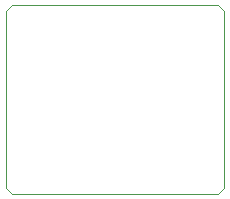
<source format=gbr>
G04 #@! TF.GenerationSoftware,KiCad,Pcbnew,5.1.0-060a0da~80~ubuntu18.04.1*
G04 #@! TF.CreationDate,2019-04-03T19:32:02+02:00*
G04 #@! TF.ProjectId,mav_sbus_bridge,6d61765f-7362-4757-935f-627269646765,rev?*
G04 #@! TF.SameCoordinates,Original*
G04 #@! TF.FileFunction,Profile,NP*
%FSLAX46Y46*%
G04 Gerber Fmt 4.6, Leading zero omitted, Abs format (unit mm)*
G04 Created by KiCad (PCBNEW 5.1.0-060a0da~80~ubuntu18.04.1) date 2019-04-03 19:32:02*
%MOMM*%
%LPD*%
G04 APERTURE LIST*
%ADD10C,0.050000*%
G04 APERTURE END LIST*
D10*
X159500000Y-113000000D02*
X159000000Y-113500000D01*
X159000000Y-97500000D02*
X159500000Y-98000000D01*
X141000000Y-98000000D02*
X141500000Y-97500000D01*
X141000000Y-113000000D02*
X141500000Y-113500000D01*
X159000000Y-113500000D02*
X141500000Y-113500000D01*
X159500000Y-98000000D02*
X159500000Y-113000000D01*
X141500000Y-97500000D02*
X159000000Y-97500000D01*
X141000000Y-113000000D02*
X141000000Y-98000000D01*
M02*

</source>
